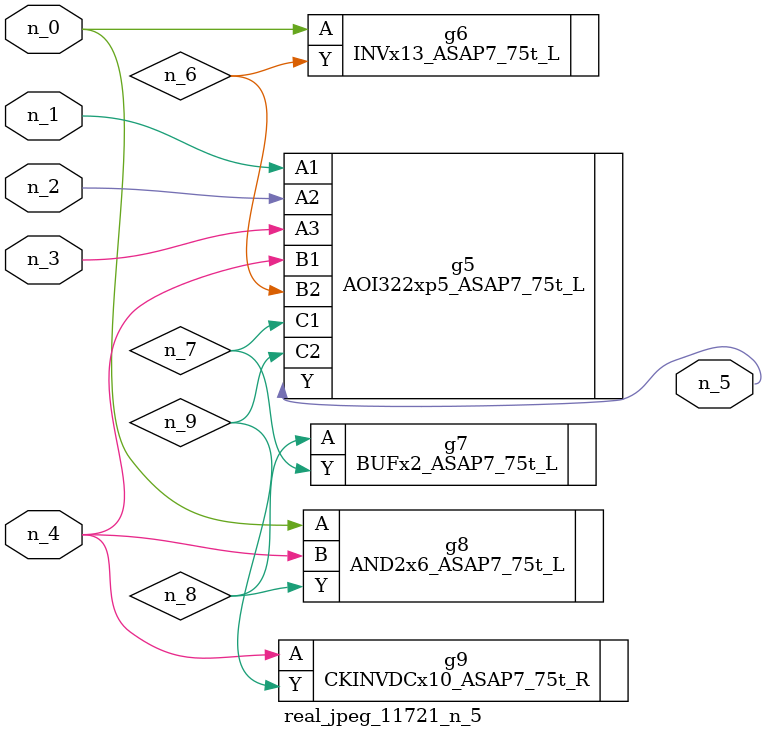
<source format=v>
module real_jpeg_11721_n_5 (n_4, n_0, n_1, n_2, n_3, n_5);

input n_4;
input n_0;
input n_1;
input n_2;
input n_3;

output n_5;

wire n_8;
wire n_6;
wire n_7;
wire n_9;

INVx13_ASAP7_75t_L g6 ( 
.A(n_0),
.Y(n_6)
);

AND2x6_ASAP7_75t_L g8 ( 
.A(n_0),
.B(n_4),
.Y(n_8)
);

AOI322xp5_ASAP7_75t_L g5 ( 
.A1(n_1),
.A2(n_2),
.A3(n_3),
.B1(n_4),
.B2(n_6),
.C1(n_7),
.C2(n_9),
.Y(n_5)
);

CKINVDCx10_ASAP7_75t_R g9 ( 
.A(n_4),
.Y(n_9)
);

BUFx2_ASAP7_75t_L g7 ( 
.A(n_8),
.Y(n_7)
);


endmodule
</source>
